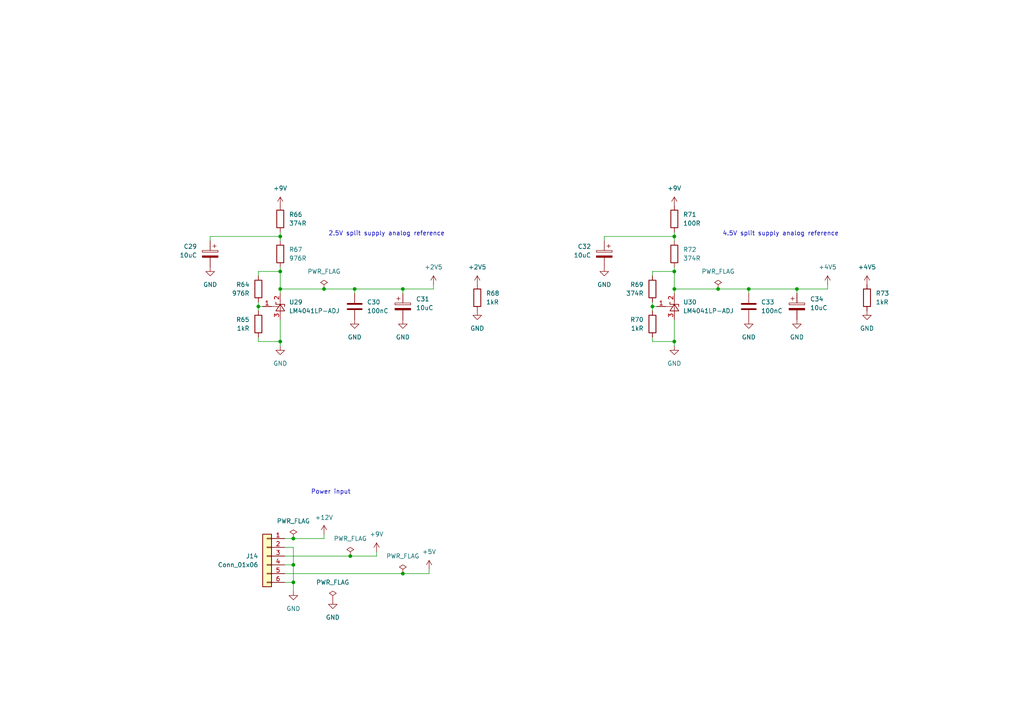
<source format=kicad_sch>
(kicad_sch (version 20230121) (generator eeschema)
  (paper "A4")
  (lib_symbols
    (symbol "Connector_Generic:Conn_01x06" (pin_names (offset 1.016) hide)
      (property "Reference" "J" (at 0 7.62 0))
      (property "Value" "Conn_01x06" (at 0 -10.16 0))
      (symbol "Conn_01x06_1_1"
        (rectangle (start -1.27 -7.493) (end 0 -7.747) (stroke (width 0.1524)))
        (rectangle (start -1.27 -4.953) (end 0 -5.207) (stroke (width 0.1524)))
        (rectangle (start -1.27 -2.413) (end 0 -2.667) (stroke (width 0.1524)))
        (rectangle (start -1.27 0.127) (end 0 -0.127) (stroke (width 0.1524)))
        (rectangle (start -1.27 2.667) (end 0 2.413) (stroke (width 0.1524)))
        (rectangle (start -1.27 5.207) (end 0 4.953) (stroke (width 0.1524)))
        (rectangle (start -1.27 6.35) (end 1.27 -8.89) (stroke (width 0.254)) (fill (type background)))
        (pin passive line (at -5.08 5.08 0) (length 3.81) (name "Pin_1") (number "1"))
        (pin passive line (at -5.08 2.54 0) (length 3.81) (name "Pin_2") (number "2"))
        (pin passive line (at -5.08 0 0) (length 3.81) (name "Pin_3") (number "3"))
        (pin passive line (at -5.08 -2.54 0) (length 3.81) (name "Pin_4") (number "4"))
        (pin passive line (at -5.08 -5.08 0) (length 3.81) (name "Pin_5") (number "5"))
        (pin passive line (at -5.08 -7.62 0) (length 3.81) (name "Pin_6") (number "6"))
      )
    )
    (symbol "Device:C" (pin_numbers hide) (pin_names (offset 0.254))
      (property "Reference" "C" (at 0.635 2.54 0))
      (property "Value" "C" (at 0.635 -2.54 0))
      (symbol "C_0_1"
        (polyline (pts (xy -2.032 -0.762) (xy 2.032 -0.762)) (stroke (width 0.508)))
        (polyline (pts (xy -2.032 0.762) (xy 2.032 0.762)) (stroke (width 0.508)))
      )
      (symbol "C_1_1"
        (pin passive line (at 0 3.81 270) (length 2.794) (name "~") (number "1"))
        (pin passive line (at 0 -3.81 90) (length 2.794) (name "~") (number "2"))
      )
    )
    (symbol "Device:C_Polarized" (pin_numbers hide) (pin_names (offset 0.254))
      (property "Reference" "C" (at 0.635 2.54 0))
      (property "Value" "C_Polarized" (at 0.635 -2.54 0))
      (symbol "C_Polarized_0_1"
        (rectangle (start -2.286 0.508) (end 2.286 1.016))
        (polyline (pts (xy -1.778 2.286) (xy -0.762 2.286)))
        (polyline (pts (xy -1.27 2.794) (xy -1.27 1.778)))
        (rectangle (start 2.286 -0.508) (end -2.286 -1.016) (fill (type outline)))
      )
      (symbol "C_Polarized_1_1"
        (pin passive line (at 0 3.81 270) (length 2.794) (name "~") (number "1"))
        (pin passive line (at 0 -3.81 90) (length 2.794) (name "~") (number "2"))
      )
    )
    (symbol "Device:R" (pin_numbers hide) (pin_names (offset 0))
      (property "Reference" "R" (at 2.032 0 90))
      (property "Value" "R" (at 0 0 90))
      (symbol "R_0_1"
        (rectangle (start -1.016 -2.54) (end 1.016 2.54) (stroke (width 0.254)))
      )
      (symbol "R_1_1"
        (pin passive line (at 0 3.81 270) (length 1.27) (name "~") (number "1"))
        (pin passive line (at 0 -3.81 90) (length 1.27) (name "~") (number "2"))
      )
    )
    (symbol "Reference_Voltage:LM4041LP-ADJ" (pin_names (offset 0.0254) hide)
      (property "Reference" "U" (at 2.54 3.81 0))
      (property "Value" "LM4041LP-ADJ" (at 0 -3.175 0))
      (symbol "LM4041LP-ADJ_0_1"
        (polyline (pts (xy 0 2.54) (xy 0 0.508)))
        (polyline (pts (xy -1.27 0) (xy 0 0) (xy 1.27 0)))
        (polyline (pts (xy -1.27 -1.27) (xy 0.635 0) (xy -1.27 1.27) (xy -1.27 -1.27)) (stroke (width 0.2032)))
        (polyline (pts (xy 0 -1.27) (xy 0.635 -1.27) (xy 0.635 1.27) (xy 1.27 1.27)) (stroke (width 0.2032)))
      )
      (symbol "LM4041LP-ADJ_1_1"
        (pin input line (at 0 5.08 270) (length 2.54) (name "FB") (number "1"))
        (pin passive line (at 3.81 0 180) (length 2.54) (name "K") (number "2"))
        (pin passive line (at -3.81 0 0) (length 2.54) (name "A") (number "3"))
      )
    )
    (symbol "power:+12V" (power) (pin_names (offset 0))
      (property "Value" "+12V" (at 0 3.556 0))
      (symbol "+12V_0_1"
        (polyline (pts (xy -0.762 1.27) (xy 0 2.54)))
        (polyline (pts (xy 0 0) (xy 0 2.54)))
        (polyline (pts (xy 0 2.54) (xy 0.762 1.27)))
      )
      (symbol "+12V_1_1"
        (pin power_in line (at 0 0 90) (length 0) hide (name "+12V") (number "1"))
      )
    )
    (symbol "power:+2V5" (power) (pin_names (offset 0))
      (property "Value" "+2V5" (at 0 3.556 0))
      (symbol "+2V5_0_1"
        (polyline (pts (xy -0.762 1.27) (xy 0 2.54)))
        (polyline (pts (xy 0 0) (xy 0 2.54)))
        (polyline (pts (xy 0 2.54) (xy 0.762 1.27)))
      )
      (symbol "+2V5_1_1"
        (pin power_in line (at 0 0 90) (length 0) hide (name "+2V5") (number "1"))
      )
    )
    (symbol "power:+5V" (power) (pin_names (offset 0))
      (property "Value" "+5V" (at 0 3.556 0))
      (symbol "+5V_0_1"
        (polyline (pts (xy -0.762 1.27) (xy 0 2.54)))
        (polyline (pts (xy 0 0) (xy 0 2.54)))
        (polyline (pts (xy 0 2.54) (xy 0.762 1.27)))
      )
      (symbol "+5V_1_1"
        (pin power_in line (at 0 0 90) (length 0) hide (name "+5V") (number "1"))
      )
    )
    (symbol "power:+9V" (power) (pin_names (offset 0))
      (property "Value" "+9V" (at 0 3.556 0))
      (symbol "+9V_0_1"
        (polyline (pts (xy -0.762 1.27) (xy 0 2.54)))
        (polyline (pts (xy 0 0) (xy 0 2.54)))
        (polyline (pts (xy 0 2.54) (xy 0.762 1.27)))
      )
      (symbol "+9V_1_1"
        (pin power_in line (at 0 0 90) (length 0) hide (name "+9V") (number "1"))
      )
    )
    (symbol "power:GND" (power) (pin_names (offset 0))
      (property "Value" "GND" (at 0 -3.81 0))
      (symbol "GND_0_1"
        (polyline (pts (xy 0 0) (xy 0 -1.27) (xy 1.27 -1.27) (xy 0 -2.54) (xy -1.27 -1.27) (xy 0 -1.27)))
      )
      (symbol "GND_1_1"
        (pin power_in line (at 0 0 270) (length 0) hide (name "GND") (number "1"))
      )
    )
    (symbol "power:PWR_FLAG" (power) (pin_numbers hide) (pin_names (offset 0) hide)
      (property "Value" "PWR_FLAG" (at 0 3.81 0))
      (symbol "PWR_FLAG_0_0"
        (pin power_out line (at 0 0 90) (length 0) (name "pwr") (number "1"))
      )
      (symbol "PWR_FLAG_0_1"
        (polyline (pts (xy 0 0) (xy 0 1.27) (xy -1.016 1.905) (xy 0 2.54) (xy 1.016 1.905) (xy 0 1.27)))
      )
    )
    (symbol "power_custom:+4V5" (power) (pin_names (offset 0))
      (property "Value" "+4V5" (at 0 3.556 0))
      (symbol "+4V5_0_1"
        (polyline (pts (xy -0.762 1.27) (xy 0 2.54)))
        (polyline (pts (xy 0 0) (xy 0 2.54)))
        (polyline (pts (xy 0 2.54) (xy 0.762 1.27)))
      )
      (symbol "+4V5_1_1"
        (pin power_in line (at 0 0 90) (length 0) hide (name "+4V5") (number "1"))
      )
    )
  )
  (junction (at 116.84 166.37))
  (junction (at 81.28 99.06))
  (junction (at 208.28 83.82))
  (junction (at 116.84 83.82))
  (junction (at 81.28 78.74))
  (junction (at 93.98 83.82))
  (junction (at 195.58 78.74))
  (junction (at 101.6 161.29))
  (junction (at 85.09 168.91))
  (junction (at 74.93 88.9))
  (junction (at 189.23 88.9))
  (junction (at 81.28 68.58))
  (junction (at 85.09 163.83))
  (junction (at 195.58 68.58))
  (junction (at 85.09 156.21))
  (junction (at 231.14 83.82))
  (junction (at 102.87 83.82))
  (junction (at 81.28 83.82))
  (junction (at 195.58 83.82))
  (junction (at 195.58 99.06))
  (junction (at 217.17 83.82))
  (wire (pts (xy 109.22 161.29) (xy 109.22 160.02)))
  (wire (pts (xy 81.28 99.06) (xy 81.28 92.71)))
  (wire (pts (xy 195.58 78.74) (xy 195.58 83.82)))
  (wire (pts (xy 195.58 67.31) (xy 195.58 68.58)))
  (wire (pts (xy 74.93 88.9) (xy 74.93 90.17)))
  (wire (pts (xy 81.28 100.33) (xy 81.28 99.06)))
  (wire (pts (xy 195.58 99.06) (xy 195.58 92.71)))
  (wire (pts (xy 82.55 168.91) (xy 85.09 168.91)))
  (wire (pts (xy 74.93 87.63) (xy 74.93 88.9)))
  (wire (pts (xy 74.93 99.06) (xy 81.28 99.06)))
  (wire (pts (xy 189.23 88.9) (xy 190.5 88.9)))
  (wire (pts (xy 231.14 85.09) (xy 231.14 83.82)))
  (wire (pts (xy 93.98 156.21) (xy 93.98 154.94)))
  (wire (pts (xy 116.84 166.37) (xy 124.46 166.37)))
  (wire (pts (xy 102.87 83.82) (xy 116.84 83.82)))
  (wire (pts (xy 217.17 83.82) (xy 231.14 83.82)))
  (wire (pts (xy 195.58 83.82) (xy 195.58 85.09)))
  (wire (pts (xy 81.28 68.58) (xy 81.28 69.85)))
  (wire (pts (xy 189.23 88.9) (xy 189.23 90.17)))
  (wire (pts (xy 85.09 158.75) (xy 85.09 163.83)))
  (wire (pts (xy 124.46 166.37) (xy 124.46 165.1)))
  (wire (pts (xy 81.28 78.74) (xy 81.28 83.82)))
  (wire (pts (xy 195.58 83.82) (xy 208.28 83.82)))
  (wire (pts (xy 81.28 83.82) (xy 81.28 85.09)))
  (wire (pts (xy 125.73 83.82) (xy 125.73 82.55)))
  (wire (pts (xy 195.58 100.33) (xy 195.58 99.06)))
  (wire (pts (xy 189.23 80.01) (xy 189.23 78.74)))
  (wire (pts (xy 82.55 158.75) (xy 85.09 158.75)))
  (wire (pts (xy 189.23 87.63) (xy 189.23 88.9)))
  (wire (pts (xy 189.23 78.74) (xy 195.58 78.74)))
  (wire (pts (xy 93.98 83.82) (xy 102.87 83.82)))
  (wire (pts (xy 81.28 67.31) (xy 81.28 68.58)))
  (wire (pts (xy 101.6 161.29) (xy 109.22 161.29)))
  (wire (pts (xy 231.14 83.82) (xy 240.03 83.82)))
  (wire (pts (xy 82.55 166.37) (xy 116.84 166.37)))
  (wire (pts (xy 81.28 83.82) (xy 93.98 83.82)))
  (wire (pts (xy 195.58 77.47) (xy 195.58 78.74)))
  (wire (pts (xy 85.09 168.91) (xy 85.09 171.45)))
  (wire (pts (xy 74.93 97.79) (xy 74.93 99.06)))
  (wire (pts (xy 175.26 68.58) (xy 175.26 69.85)))
  (wire (pts (xy 85.09 163.83) (xy 85.09 168.91)))
  (wire (pts (xy 217.17 85.09) (xy 217.17 83.82)))
  (wire (pts (xy 74.93 80.01) (xy 74.93 78.74)))
  (wire (pts (xy 116.84 85.09) (xy 116.84 83.82)))
  (wire (pts (xy 195.58 68.58) (xy 195.58 69.85)))
  (wire (pts (xy 189.23 97.79) (xy 189.23 99.06)))
  (wire (pts (xy 85.09 156.21) (xy 93.98 156.21)))
  (wire (pts (xy 82.55 161.29) (xy 101.6 161.29)))
  (wire (pts (xy 74.93 88.9) (xy 76.2 88.9)))
  (wire (pts (xy 82.55 156.21) (xy 85.09 156.21)))
  (wire (pts (xy 240.03 83.82) (xy 240.03 82.55)))
  (wire (pts (xy 82.55 163.83) (xy 85.09 163.83)))
  (wire (pts (xy 81.28 77.47) (xy 81.28 78.74)))
  (wire (pts (xy 102.87 85.09) (xy 102.87 83.82)))
  (wire (pts (xy 175.26 68.58) (xy 195.58 68.58)))
  (wire (pts (xy 189.23 99.06) (xy 195.58 99.06)))
  (wire (pts (xy 60.96 68.58) (xy 81.28 68.58)))
  (wire (pts (xy 74.93 78.74) (xy 81.28 78.74)))
  (wire (pts (xy 60.96 68.58) (xy 60.96 69.85)))
  (wire (pts (xy 208.28 83.82) (xy 217.17 83.82)))
  (wire (pts (xy 116.84 83.82) (xy 125.73 83.82)))
  (text "2.5V split supply analog reference" (at 95.25 68.58 0) (effects (font (size 1.27 1.27)) (justify left bottom)))
  (text "4.5V split supply analog reference" (at 209.55 68.58 0) (effects (font (size 1.27 1.27)) (justify left bottom)))
  (text "Power input" (at 90.17 143.51 0) (effects (font (size 1.27 1.27)) (justify left bottom)))
  (symbol (lib_id "Reference_Voltage:LM4041LP-ADJ") (at 195.58 88.9 90) (unit 1)
    (property "Reference" "U30" (at 198.12 87.63 90) (effects (justify right)))
    (property "Value" "LM4041LP-ADJ" (at 198.12 90.17 90) (effects (justify right)))
    (property "Footprint" "Package_TO_SOT_SMD:SOT-23-3" (effects hide))
    (property "Datasheet" "https://datasheet.lcsc.com/lcsc/2303020130_Texas-Instruments-LM4041DIDBZT_C1848455.pdf" (effects hide))
    (property "MPN" "LM4041DIDBZT" (effects hide))
    (property "Status" "OK" (effects hide))
    (property "MPN_MOUSER" "LM4041DIDBZT" (effects hide))
  )
  (symbol (lib_id "Device:R") (at 74.93 93.98 0) (mirror y) (unit 1)
    (property "Reference" "R65" (at 72.39 92.71 0) (effects (justify left)))
    (property "Value" "1kR" (at 72.39 95.25 0) (effects (justify left)))
    (property "Footprint" "Resistor_SMD:R_0805_2012Metric" (effects hide))
    (property "Datasheet" "https://datasheet.lcsc.com/lcsc/2304140030_YAGEO-RT0805BRD071KL_C110774.pdf" (effects hide))
    (property "MPN" "RT0805BRD071KL" (effects hide))
    (property "Status" "OK" (effects hide))
    (property "R % tol" "0.1%" (effects hide))
    (property "R pwr" "125mW" (effects hide))
  )
  (symbol (lib_id "Device:R") (at 81.28 63.5 0) (unit 1)
    (property "Reference" "R66" (at 83.82 62.23 0) (effects (justify left)))
    (property "Value" "374R" (at 83.82 64.77 0) (effects (justify left)))
    (property "Footprint" "Resistor_SMD:R_0805_2012Metric" (effects hide))
    (property "Datasheet" "https://datasheet.lcsc.com/lcsc/2310201549_RESI-PTFR0805B374RP9_C2849198.pdf" (effects hide))
    (property "MPN" "PTFR0805B374RP9" (effects hide))
    (property "Status" "OK" (effects hide))
    (property "R % tol" "0.1%" (effects hide))
    (property "R pwr" "130mW " (effects hide))
  )
  (symbol (lib_id "power:GND") (at 85.09 171.45 0) (unit 1)
    (property "Reference" "#PWR0314" (effects hide))
    (property "Value" "GND" (at 85.09 176.53 0))
  )
  (symbol (lib_id "power:PWR_FLAG") (at 101.6 161.29 0) (unit 1)
    (property "Reference" "#FLG04" (effects hide))
    (property "Value" "PWR_FLAG" (at 101.6 156.21 0))
  )
  (symbol (lib_id "power:GND") (at 138.43 90.17 0) (unit 1)
    (property "Reference" "#PWR0323" (effects hide))
    (property "Value" "GND" (at 138.43 95.25 0))
  )
  (symbol (lib_id "Device:C") (at 102.87 88.9 0) (unit 1)
    (property "Reference" "C30" (at 106.426 87.63 0) (effects (justify left)))
    (property "Value" "100nC" (at 106.426 90.17 0) (effects (justify left)))
    (property "Footprint" "Capacitor_SMD:C_0603_1608Metric" (effects hide))
    (property "Datasheet" "https://datasheet.lcsc.com/lcsc/1810271710_Samsung-Electro-Mechanics-CL10B104KO8NNNC_C66501.pdf" (effects hide))
    (property "MPN" "CL10B104KO8NNNC" (effects hide))
    (property "Status" "OK" (effects hide))
  )
  (symbol (lib_id "power:GND") (at 195.58 100.33 0) (unit 1)
    (property "Reference" "#PWR0326" (effects hide))
    (property "Value" "GND" (at 195.58 105.41 0))
  )
  (symbol (lib_id "Device:C_Polarized") (at 175.26 73.66 0) (mirror y) (unit 1)
    (property "Reference" "C32" (at 171.45 71.501 0) (effects (justify left)))
    (property "Value" "10uC" (at 171.45 74.041 0) (effects (justify left)))
    (property "Footprint" "Capacitor_SMD:CP_Elec_6.3x5.4" (effects hide))
    (property "Datasheet" "https://datasheet.lcsc.com/lcsc/2304140030_Nichicon-UWX1H100MCL1GB_C134237.pdf" (effects hide))
    (property "MPN" "UWX1H100MCL1GB" (effects hide))
    (property "Status" "OK" (effects hide))
  )
  (symbol (lib_id "power:+9V") (at 109.22 160.02 0) (unit 1)
    (property "Reference" "#PWR0318" (effects hide))
    (property "Value" "+9V" (at 109.22 154.94 0))
  )
  (symbol (lib_id "power:PWR_FLAG") (at 93.98 83.82 0) (unit 1)
    (property "Reference" "#FLG02" (effects hide))
    (property "Value" "PWR_FLAG" (at 93.98 78.74 0))
  )
  (symbol (lib_id "power:PWR_FLAG") (at 208.28 83.82 0) (unit 1)
    (property "Reference" "#FLG06" (effects hide))
    (property "Value" "PWR_FLAG" (at 208.28 78.74 0))
  )
  (symbol (lib_id "Device:C") (at 217.17 88.9 0) (unit 1)
    (property "Reference" "C33" (at 220.726 87.63 0) (effects (justify left)))
    (property "Value" "100nC" (at 220.726 90.17 0) (effects (justify left)))
    (property "Footprint" "Capacitor_SMD:C_0603_1608Metric" (effects hide))
    (property "Datasheet" "https://datasheet.lcsc.com/lcsc/1810271710_Samsung-Electro-Mechanics-CL10B104KO8NNNC_C66501.pdf" (effects hide))
    (property "MPN" "CL10B104KO8NNNC" (effects hide))
    (property "Status" "OK" (effects hide))
  )
  (symbol (lib_id "Device:R") (at 195.58 73.66 0) (unit 1)
    (property "Reference" "R72" (at 198.12 72.39 0) (effects (justify left)))
    (property "Value" "374R" (at 198.12 74.93 0) (effects (justify left)))
    (property "Footprint" "Resistor_SMD:R_0805_2012Metric" (effects hide))
    (property "Datasheet" "https://datasheet.lcsc.com/lcsc/2310201549_RESI-PTFR0805B374RP9_C2849198.pdf" (effects hide))
    (property "MPN" "PTFR0805B374RP9" (effects hide))
    (property "Status" "OK" (effects hide))
    (property "R % tol" "0.1%" (effects hide))
    (property "R pwr" "130mW " (effects hide))
  )
  (symbol (lib_id "power:GND") (at 251.46 90.17 0) (unit 1)
    (property "Reference" "#PWR0331" (effects hide))
    (property "Value" "GND" (at 251.46 95.25 0))
  )
  (symbol (lib_id "Device:C_Polarized") (at 231.14 88.9 0) (unit 1)
    (property "Reference" "C34" (at 234.95 86.741 0) (effects (justify left)))
    (property "Value" "10uC" (at 234.95 89.281 0) (effects (justify left)))
    (property "Footprint" "Capacitor_SMD:CP_Elec_6.3x5.4" (effects hide))
    (property "Datasheet" "https://datasheet.lcsc.com/lcsc/2304140030_Nichicon-UWX1H100MCL1GB_C134237.pdf" (effects hide))
    (property "MPN" "UWX1H100MCL1GB" (effects hide))
    (property "Status" "OK" (effects hide))
  )
  (symbol (lib_id "power_custom:+4V5") (at 240.03 82.55 0) (unit 1)
    (property "Reference" "#PWR0329" (effects hide))
    (property "Value" "+4V5" (at 240.03 77.47 0))
  )
  (symbol (lib_id "Device:R") (at 195.58 63.5 0) (unit 1)
    (property "Reference" "R71" (at 198.12 62.23 0) (effects (justify left)))
    (property "Value" "100R" (at 198.12 64.77 0) (effects (justify left)))
    (property "Footprint" "Resistor_SMD:R_0805_2012Metric" (effects hide))
    (property "Datasheet" "https://datasheet.lcsc.com/lcsc/2304140030_YAGEO-RT0805FRD07100RL_C143843.pdf" (effects hide))
    (property "MPN" "RT0805FRD07100RL" (effects hide))
    (property "Status" "OK" (effects hide))
    (property "R % tol" "1%" (effects hide))
    (property "R pwr" "125mW" (effects hide))
  )
  (symbol (lib_id "Reference_Voltage:LM4041LP-ADJ") (at 81.28 88.9 90) (unit 1)
    (property "Reference" "U29" (at 83.82 87.63 90) (effects (justify right)))
    (property "Value" "LM4041LP-ADJ" (at 83.82 90.17 90) (effects (justify right)))
    (property "Footprint" "Package_TO_SOT_SMD:SOT-23-3" (effects hide))
    (property "Datasheet" "https://datasheet.lcsc.com/lcsc/2303020130_Texas-Instruments-LM4041DIDBZT_C1848455.pdf" (effects hide))
    (property "MPN" "LM4041DIDBZT" (effects hide))
    (property "Status" "OK" (effects hide))
    (property "MPN_MOUSER" "LM4041DIDBZT" (effects hide))
  )
  (symbol (lib_id "power:+9V") (at 195.58 59.69 0) (unit 1)
    (property "Reference" "#PWR0325" (effects hide))
    (property "Value" "+9V" (at 195.58 54.61 0))
  )
  (symbol (lib_id "power:PWR_FLAG") (at 96.52 173.99 0) (unit 1)
    (property "Reference" "#FLG03" (effects hide))
    (property "Value" "PWR_FLAG" (at 96.52 168.91 0))
  )
  (symbol (lib_id "power:PWR_FLAG") (at 85.09 156.21 0) (unit 1)
    (property "Reference" "#FLG01" (effects hide))
    (property "Value" "PWR_FLAG" (at 85.09 151.13 0))
  )
  (symbol (lib_id "power:+9V") (at 81.28 59.69 0) (unit 1)
    (property "Reference" "#PWR0312" (effects hide))
    (property "Value" "+9V" (at 81.28 54.61 0))
  )
  (symbol (lib_id "power:PWR_FLAG") (at 116.84 166.37 0) (unit 1)
    (property "Reference" "#FLG05" (effects hide))
    (property "Value" "PWR_FLAG" (at 116.84 161.29 0))
  )
  (symbol (lib_id "Device:R") (at 189.23 93.98 0) (mirror y) (unit 1)
    (property "Reference" "R70" (at 186.69 92.71 0) (effects (justify left)))
    (property "Value" "1kR" (at 186.69 95.25 0) (effects (justify left)))
    (property "Footprint" "Resistor_SMD:R_0805_2012Metric" (effects hide))
    (property "Datasheet" "https://datasheet.lcsc.com/lcsc/2304140030_YAGEO-RT0805BRD071KL_C110774.pdf" (effects hide))
    (property "MPN" "RT0805BRD071KL" (effects hide))
    (property "Status" "OK" (effects hide))
    (property "R % tol" "0.1%" (effects hide))
    (property "R pwr" "125mW" (effects hide))
  )
  (symbol (lib_id "power:GND") (at 102.87 92.71 0) (unit 1)
    (property "Reference" "#PWR0317" (effects hide))
    (property "Value" "GND" (at 102.87 97.79 0))
  )
  (symbol (lib_id "Device:C_Polarized") (at 60.96 73.66 0) (mirror y) (unit 1)
    (property "Reference" "C29" (at 57.15 71.501 0) (effects (justify left)))
    (property "Value" "10uC" (at 57.15 74.041 0) (effects (justify left)))
    (property "Footprint" "Capacitor_SMD:CP_Elec_6.3x5.4" (effects hide))
    (property "Datasheet" "https://datasheet.lcsc.com/lcsc/2304140030_Nichicon-UWX1H100MCL1GB_C134237.pdf" (effects hide))
    (property "MPN" "UWX1H100MCL1GB" (effects hide))
    (property "Status" "OK" (effects hide))
  )
  (symbol (lib_id "power_custom:+4V5") (at 251.46 82.55 0) (unit 1)
    (property "Reference" "#PWR0330" (effects hide))
    (property "Value" "+4V5" (at 251.46 77.47 0))
  )
  (symbol (lib_id "power:GND") (at 231.14 92.71 0) (unit 1)
    (property "Reference" "#PWR0328" (effects hide))
    (property "Value" "GND" (at 231.14 97.79 0))
  )
  (symbol (lib_id "Connector_Generic:Conn_01x06") (at 77.47 161.29 0) (mirror y) (unit 1)
    (property "Reference" "J14" (at 74.93 161.29 0) (effects (justify left)))
    (property "Value" "Conn_01x06" (at 74.93 163.83 0) (effects (justify left)))
    (property "Footprint" "Connector_PinSocket_2.54mm:PinSocket_1x06_P2.54mm_Horizontal" (effects hide))
    (property "Datasheet" "https://datasheet.lcsc.com/lcsc/2306091006_HCTL-PM254-1-06-W-8-5_C2897388.pdf" (effects hide))
    (property "MPN" "PM254-1-06-W-8.5" (effects hide))
    (property "Status" "OK" (effects hide))
  )
  (symbol (lib_id "power:+5V") (at 124.46 165.1 0) (unit 1)
    (property "Reference" "#PWR0320" (effects hide))
    (property "Value" "+5V" (at 124.46 160.02 0))
  )
  (symbol (lib_id "power:GND") (at 175.26 77.47 0) (unit 1)
    (property "Reference" "#PWR0324" (effects hide))
    (property "Value" "GND" (at 175.26 82.55 0))
  )
  (symbol (lib_id "Device:R") (at 74.93 83.82 0) (mirror y) (unit 1)
    (property "Reference" "R64" (at 72.39 82.55 0) (effects (justify left)))
    (property "Value" "976R" (at 72.39 85.09 0) (effects (justify left)))
    (property "Footprint" "Resistor_SMD:R_0805_2012Metric" (effects hide))
    (property "Datasheet" "https://datasheet.lcsc.com/lcsc/2311211102_YAGEO-RT0805BRD07976RL_C865714.pdf" (effects hide))
    (property "MPN" "RT0805BRD07976RL" (effects hide))
    (property "Status" "OK" (effects hide))
    (property "R % tol" "0.1%" (effects hide))
    (property "R pwr" "125mW" (effects hide))
  )
  (symbol (lib_id "power:GND") (at 116.84 92.71 0) (unit 1)
    (property "Reference" "#PWR0319" (effects hide))
    (property "Value" "GND" (at 116.84 97.79 0))
  )
  (symbol (lib_id "Device:R") (at 138.43 86.36 0) (unit 1)
    (property "Reference" "R68" (at 140.97 85.09 0) (effects (justify left)))
    (property "Value" "1kR" (at 140.97 87.63 0) (effects (justify left)))
    (property "Footprint" "Resistor_SMD:R_0805_2012Metric" (effects hide))
    (property "Datasheet" "https://datasheet.lcsc.com/lcsc/2304140030_YAGEO-RT0805BRD071KL_C110774.pdf" (effects hide))
    (property "MPN" "RT0805BRD071KL" (effects hide))
    (property "Status" "OK" (effects hide))
    (property "R % tol" "0.1%" (effects hide))
    (property "R pwr" "125mW" (effects hide))
  )
  (symbol (lib_id "power:GND") (at 217.17 92.71 0) (unit 1)
    (property "Reference" "#PWR0327" (effects hide))
    (property "Value" "GND" (at 217.17 97.79 0))
  )
  (symbol (lib_id "power:GND") (at 81.28 100.33 0) (unit 1)
    (property "Reference" "#PWR0313" (effects hide))
    (property "Value" "GND" (at 81.28 105.41 0))
  )
  (symbol (lib_id "power:+12V") (at 93.98 154.94 0) (unit 1)
    (property "Reference" "#PWR0315" (effects hide))
    (property "Value" "+12V" (at 93.98 150.114 0))
  )
  (symbol (lib_id "power:GND") (at 60.96 77.47 0) (unit 1)
    (property "Reference" "#PWR0311" (effects hide))
    (property "Value" "GND" (at 60.96 82.55 0))
  )
  (symbol (lib_id "Device:R") (at 81.28 73.66 0) (unit 1)
    (property "Reference" "R67" (at 83.82 72.39 0) (effects (justify left)))
    (property "Value" "976R" (at 83.82 74.93 0) (effects (justify left)))
    (property "Footprint" "Resistor_SMD:R_0805_2012Metric" (effects hide))
    (property "Datasheet" "https://datasheet.lcsc.com/lcsc/2311211102_YAGEO-RT0805BRD07976RL_C865714.pdf" (effects hide))
    (property "MPN" "RT0805BRD07976RL" (effects hide))
    (property "Status" "OK" (effects hide))
    (property "R % tol" "0.1%" (effects hide))
    (property "R pwr" "125mW" (effects hide))
  )
  (symbol (lib_id "Device:C_Polarized") (at 116.84 88.9 0) (unit 1)
    (property "Reference" "C31" (at 120.65 86.741 0) (effects (justify left)))
    (property "Value" "10uC" (at 120.65 89.281 0) (effects (justify left)))
    (property "Footprint" "Capacitor_SMD:CP_Elec_6.3x5.4" (effects hide))
    (property "Datasheet" "https://datasheet.lcsc.com/lcsc/2304140030_Nichicon-UWX1H100MCL1GB_C134237.pdf" (effects hide))
    (property "MPN" "UWX1H100MCL1GB" (effects hide))
    (property "Status" "OK" (effects hide))
  )
  (symbol (lib_id "Device:R") (at 189.23 83.82 0) (mirror y) (unit 1)
    (property "Reference" "R69" (at 186.69 82.55 0) (effects (justify left)))
    (property "Value" "374R" (at 186.69 85.09 0) (effects (justify left)))
    (property "Footprint" "Resistor_SMD:R_0805_2012Metric" (effects hide))
    (property "Datasheet" "https://datasheet.lcsc.com/lcsc/2310201549_RESI-PTFR0805B374RP9_C2849198.pdf" (effects hide))
    (property "MPN" "PTFR0805B374RP9" (effects hide))
    (property "Status" "OK" (effects hide))
    (property "R % tol" "0.1%" (effects hide))
    (property "R pwr" "130mW " (effects hide))
  )
  (symbol (lib_id "Device:R") (at 251.46 86.36 0) (unit 1)
    (property "Reference" "R73" (at 254 85.09 0) (effects (justify left)))
    (property "Value" "1kR" (at 254 87.63 0) (effects (justify left)))
    (property "Footprint" "Resistor_SMD:R_0805_2012Metric" (effects hide))
    (property "Datasheet" "https://datasheet.lcsc.com/lcsc/2304140030_YAGEO-RT0805BRD071KL_C110774.pdf" (effects hide))
    (property "MPN" "RT0805BRD071KL" (effects hide))
    (property "Status" "OK" (effects hide))
    (property "R % tol" "0.1%" (effects hide))
    (property "R pwr" "125mW" (effects hide))
  )
  (symbol (lib_id "power:+2V5") (at 125.73 82.55 0) (unit 1)
    (property "Reference" "#PWR0321" (effects hide))
    (property "Value" "+2V5" (at 125.73 77.47 0))
  )
  (symbol (lib_id "power:+2V5") (at 138.43 82.55 0) (unit 1)
    (property "Reference" "#PWR0322" (effects hide))
    (property "Value" "+2V5" (at 138.43 77.47 0))
  )
  (symbol (lib_id "power:GND") (at 96.52 173.99 0) (unit 1)
    (property "Reference" "#PWR0316" (effects hide))
    (property "Value" "GND" (at 96.52 179.07 0))
  )
)
</source>
